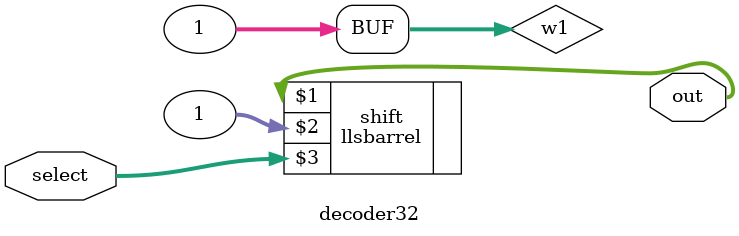
<source format=v>
module decoder32(select, out);
    input [4:0] select;
    output [31:0] out; 
    wire [31:0] w1; 
    assign w1 = 1; 


    llsbarrel shift(out, w1, select); 

endmodule
</source>
